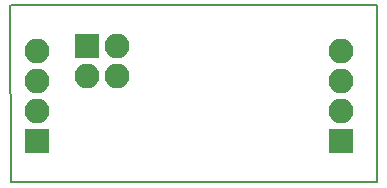
<source format=gbs>
G04 #@! TF.GenerationSoftware,KiCad,Pcbnew,(5.0.0-dirty)*
G04 #@! TF.CreationDate,2020-07-10T19:56:49+09:00*
G04 #@! TF.ProjectId,fake-fan-mk2,66616B652D66616E2D6D6B322E6B6963,rev?*
G04 #@! TF.SameCoordinates,Original*
G04 #@! TF.FileFunction,Soldermask,Bot*
G04 #@! TF.FilePolarity,Negative*
%FSLAX46Y46*%
G04 Gerber Fmt 4.6, Leading zero omitted, Abs format (unit mm)*
G04 Created by KiCad (PCBNEW (5.0.0-dirty)) date 07/10/20 19:56:49*
%MOMM*%
%LPD*%
G01*
G04 APERTURE LIST*
%ADD10C,0.200000*%
%ADD11O,2.100000X2.100000*%
%ADD12R,2.100000X2.100000*%
G04 APERTURE END LIST*
D10*
X14500000Y-29500000D02*
X14478000Y-14500000D01*
X45500000Y-29500000D02*
X14500000Y-29500000D01*
X45500000Y-14500000D02*
X45500000Y-29500000D01*
X14500000Y-14500000D02*
X45500000Y-14500000D01*
D11*
G04 #@! TO.C,J1*
X16750000Y-18380000D03*
X16750000Y-20920000D03*
X16750000Y-23460000D03*
D12*
X16750000Y-26000000D03*
G04 #@! TD*
G04 #@! TO.C,J2*
X42500000Y-26000000D03*
D11*
X42500000Y-23460000D03*
X42500000Y-20920000D03*
X42500000Y-18380000D03*
G04 #@! TD*
D12*
G04 #@! TO.C,J3*
X21000000Y-18000000D03*
D11*
X23540000Y-18000000D03*
X21000000Y-20540000D03*
X23540000Y-20540000D03*
G04 #@! TD*
M02*

</source>
